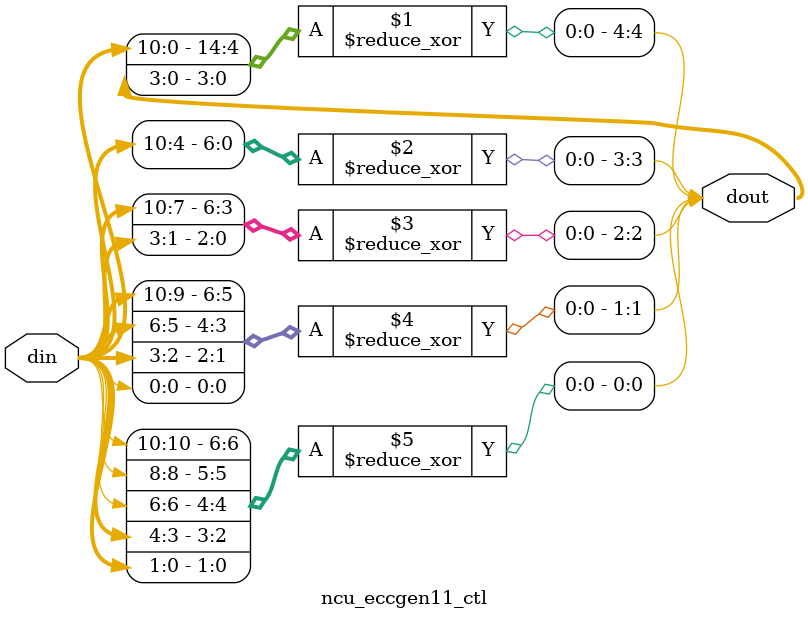
<source format=v>
module ncu_eccgen11_ctl (
  din, 
  dout) ;

input  [10:0]	din;
output [4:0]	dout;


assign  dout[4] =  ^{din[10:0],dout[3:0]};
assign  dout[3] =  ^{din[10:4]};
assign  dout[2] =  ^{din[10:7],din[3:1]};
assign  dout[1] =  ^{din[10:9],din[6:5],din[3:2],din[0]};
assign  dout[0] =  ^{din[10],din[8],din[6],din[4:3],din[1:0]};

endmodule




</source>
